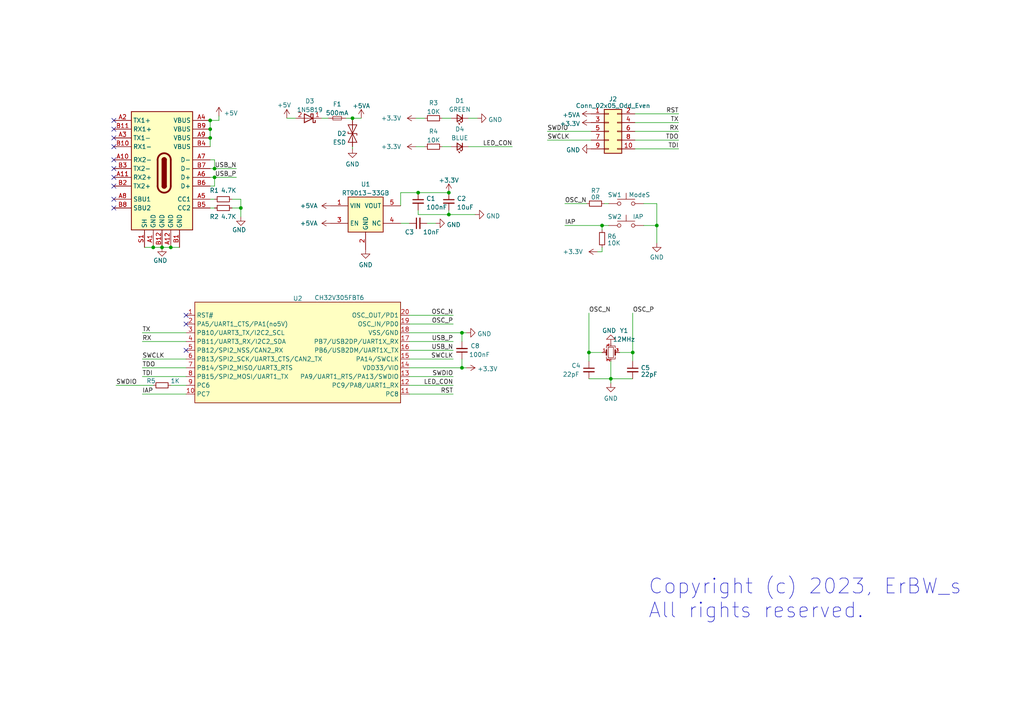
<source format=kicad_sch>
(kicad_sch (version 20230121) (generator eeschema)
  (paper "A4")
  (lib_symbols
    (symbol "Connector_Generic:Conn_02x05_Odd_Even" (pin_names (offset 1.016) hide)
      (property "Reference" "J" (at 1.27 7.62 0))
      (property "Value" "Conn_02x05_Odd_Even" (at 1.27 -7.62 0))
      (symbol "Conn_02x05_Odd_Even_1_1"
        (rectangle (start -1.27 -4.953) (end 0 -5.207) (stroke (width 0.1524)))
        (rectangle (start -1.27 -2.413) (end 0 -2.667) (stroke (width 0.1524)))
        (rectangle (start -1.27 0.127) (end 0 -0.127) (stroke (width 0.1524)))
        (rectangle (start -1.27 2.667) (end 0 2.413) (stroke (width 0.1524)))
        (rectangle (start -1.27 5.207) (end 0 4.953) (stroke (width 0.1524)))
        (rectangle (start -1.27 6.35) (end 3.81 -6.35) (stroke (width 0.254)) (fill (type background)))
        (rectangle (start 3.81 -4.953) (end 2.54 -5.207) (stroke (width 0.1524)))
        (rectangle (start 3.81 -2.413) (end 2.54 -2.667) (stroke (width 0.1524)))
        (rectangle (start 3.81 0.127) (end 2.54 -0.127) (stroke (width 0.1524)))
        (rectangle (start 3.81 2.667) (end 2.54 2.413) (stroke (width 0.1524)))
        (rectangle (start 3.81 5.207) (end 2.54 4.953) (stroke (width 0.1524)))
        (pin passive line (at -5.08 5.08 0) (length 3.81) (name "Pin_1") (number "1"))
        (pin passive line (at 7.62 -5.08 180) (length 3.81) (name "Pin_10") (number "10"))
        (pin passive line (at 7.62 5.08 180) (length 3.81) (name "Pin_2") (number "2"))
        (pin passive line (at -5.08 2.54 0) (length 3.81) (name "Pin_3") (number "3"))
        (pin passive line (at 7.62 2.54 180) (length 3.81) (name "Pin_4") (number "4"))
        (pin passive line (at -5.08 0 0) (length 3.81) (name "Pin_5") (number "5"))
        (pin passive line (at 7.62 0 180) (length 3.81) (name "Pin_6") (number "6"))
        (pin passive line (at -5.08 -2.54 0) (length 3.81) (name "Pin_7") (number "7"))
        (pin passive line (at 7.62 -2.54 180) (length 3.81) (name "Pin_8") (number "8"))
        (pin passive line (at -5.08 -5.08 0) (length 3.81) (name "Pin_9") (number "9"))
      )
    )
    (symbol "Device:C_Small" (pin_numbers hide) (pin_names (offset 0.254) hide)
      (property "Reference" "C" (at 0.254 1.778 0))
      (property "Value" "C_Small" (at 0.254 -2.032 0))
      (symbol "C_Small_0_1"
        (polyline (pts (xy -1.524 -0.508) (xy 1.524 -0.508)) (stroke (width 0.3302)))
        (polyline (pts (xy -1.524 0.508) (xy 1.524 0.508)) (stroke (width 0.3048)))
      )
      (symbol "C_Small_1_1"
        (pin passive line (at 0 2.54 270) (length 2.032) (name "~") (number "1"))
        (pin passive line (at 0 -2.54 90) (length 2.032) (name "~") (number "2"))
      )
    )
    (symbol "Device:Crystal_GND24_Small" (pin_names (offset 1.016) hide)
      (property "Reference" "Y" (at 1.27 4.445 0))
      (property "Value" "Crystal_GND24_Small" (at 1.27 2.54 0))
      (symbol "Crystal_GND24_Small_0_1"
        (rectangle (start -0.762 -1.524) (end 0.762 1.524))
        (polyline (pts (xy -1.27 -0.762) (xy -1.27 0.762)) (stroke (width 0.381)))
        (polyline (pts (xy 1.27 -0.762) (xy 1.27 0.762)) (stroke (width 0.381)))
        (polyline (pts (xy -1.27 -1.27) (xy -1.27 -1.905) (xy 1.27 -1.905) (xy 1.27 -1.27)))
        (polyline (pts (xy -1.27 1.27) (xy -1.27 1.905) (xy 1.27 1.905) (xy 1.27 1.27)))
      )
      (symbol "Crystal_GND24_Small_1_1"
        (pin passive line (at -2.54 0 0) (length 1.27) (name "1") (number "1"))
        (pin passive line (at 0 -2.54 90) (length 0.635) (name "2") (number "2"))
        (pin passive line (at 2.54 0 180) (length 1.27) (name "3") (number "3"))
        (pin passive line (at 0 2.54 270) (length 0.635) (name "4") (number "4"))
      )
    )
    (symbol "Device:Fuse_Small" (pin_numbers hide) (pin_names (offset 0.254) hide)
      (property "Reference" "F" (at 0 -1.524 0))
      (property "Value" "Fuse_Small" (at 0 1.524 0))
      (symbol "Fuse_Small_0_1"
        (rectangle (start -1.27 0.508) (end 1.27 -0.508))
        (polyline (pts (xy -1.27 0) (xy 1.27 0)))
      )
      (symbol "Fuse_Small_1_1"
        (pin passive line (at -2.54 0 0) (length 1.27) (name "~") (number "1"))
        (pin passive line (at 2.54 0 180) (length 1.27) (name "~") (number "2"))
      )
    )
    (symbol "Device:LED_Small" (pin_numbers hide) (pin_names (offset 0.254) hide)
      (property "Reference" "D2" (at -0.0635 4.7158 0))
      (property "Value" "GREEN" (at -0.0635 2.1789 0))
      (symbol "LED_Small_0_1"
        (polyline (pts (xy -0.762 -1.016) (xy -0.762 1.016)) (stroke (width 0.254)))
        (polyline (pts (xy 1.016 0) (xy -0.762 0)))
        (polyline (pts (xy 0.762 -1.016) (xy -0.762 0) (xy 0.762 1.016) (xy 0.762 -1.016)) (stroke (width 0.254)))
        (polyline (pts (xy 0 0.762) (xy -0.508 1.27) (xy -0.254 1.27) (xy -0.508 1.27) (xy -0.508 1.016)))
        (polyline (pts (xy 0.508 1.27) (xy 0 1.778) (xy 0.254 1.778) (xy 0 1.778) (xy 0 1.524)))
      )
      (symbol "LED_Small_1_1"
        (pin passive line (at 2.54 0 180) (length 1.778) (name "K") (number "1"))
        (pin passive line (at -2.54 0 0) (length 1.778) (name "A") (number "2"))
      )
    )
    (symbol "Device:R_Small" (pin_numbers hide) (pin_names (offset 0.254) hide)
      (property "Reference" "R" (at 0.762 0.508 0))
      (property "Value" "R_Small" (at 0.762 -1.016 0))
      (symbol "R_Small_0_1"
        (rectangle (start -0.762 1.778) (end 0.762 -1.778) (stroke (width 0.2032)))
      )
      (symbol "R_Small_1_1"
        (pin passive line (at 0 2.54 270) (length 0.762) (name "~") (number "1"))
        (pin passive line (at 0 -2.54 90) (length 0.762) (name "~") (number "2"))
      )
    )
    (symbol "Diode:1N5819WS" (pin_names (offset 1.016) hide)
      (property "Reference" "D1" (at -0.3175 -4.9698 0))
      (property "Value" "1N5819" (at -0.3175 -2.4329 0))
      (symbol "1N5819WS_0_1"
        (polyline (pts (xy 1.27 0) (xy -1.27 0)))
        (polyline (pts (xy 1.27 1.27) (xy 1.27 -1.27) (xy -1.27 0) (xy 1.27 1.27)) (stroke (width 0.254)))
        (polyline (pts (xy -1.905 0.635) (xy -1.905 1.27) (xy -1.27 1.27) (xy -1.27 -1.27) (xy -0.635 -1.27) (xy -0.635 -0.635)) (stroke (width 0.254)))
      )
      (symbol "1N5819WS_1_1"
        (pin passive line (at -3.81 0 0) (length 2.54) (name "K") (number "1"))
        (pin passive line (at 3.81 0 180) (length 2.54) (name "A") (number "2"))
      )
    )
    (symbol "Diode:ESD9B5.0ST5G" (pin_numbers hide) (pin_names (offset 1.016) hide)
      (property "Reference" "D" (at 0 2.54 0))
      (property "Value" "ESD9B5.0ST5G" (at 0 -2.54 0))
      (symbol "ESD9B5.0ST5G_0_1"
        (polyline (pts (xy 1.27 0) (xy -1.27 0)))
        (polyline (pts (xy -2.54 -1.27) (xy 0 0) (xy -2.54 1.27) (xy -2.54 -1.27)) (stroke (width 0.2032)))
        (polyline (pts (xy 0.508 1.27) (xy 0 1.27) (xy 0 -1.27) (xy -0.508 -1.27)) (stroke (width 0.2032)))
        (polyline (pts (xy 2.54 1.27) (xy 2.54 -1.27) (xy 0 0) (xy 2.54 1.27)) (stroke (width 0.2032)))
      )
      (symbol "ESD9B5.0ST5G_1_1"
        (pin passive line (at -3.81 0 0) (length 2.54) (name "A1") (number "1"))
        (pin passive line (at 3.81 0 180) (length 2.54) (name "A2") (number "2"))
      )
    )
    (symbol "ErBW_s:CH32V305FBT6"
      (property "Reference" "U" (at 0 16.51 0))
      (symbol "CH32V305FBT6_0_0"
        (pin bidirectional line (at -33.02 -11.43 0) (length 2.54) (name "PC7") (number "10"))
        (pin bidirectional line (at 31.75 -11.43 180) (length 2.54) (name "PC8") (number "11"))
        (pin bidirectional line (at 31.75 -8.89 180) (length 2.54) (name "PC9/PA8/UART1_RX") (number "12"))
        (pin bidirectional line (at 31.75 -6.35 180) (length 2.54) (name "PA9/UART1_RTS/PA13/SWDIO") (number "13"))
        (pin power_in line (at 31.75 -3.81 180) (length 2.54) (name "VDD33/VIO") (number "14"))
        (pin bidirectional line (at 31.75 -1.27 180) (length 2.54) (name "PA14/SWCLK") (number "15"))
        (pin bidirectional line (at 31.75 1.27 180) (length 2.54) (name "PB6/USB2DM/UART1X_TX") (number "16"))
        (pin bidirectional line (at 31.75 3.81 180) (length 2.54) (name "PB7/USB2DP/UART1X_RX") (number "17"))
        (pin power_in line (at 31.75 6.35 180) (length 2.54) (name "VSS/GND") (number "18"))
        (pin bidirectional line (at 31.75 8.89 180) (length 2.54) (name "OSC_IN/PD0") (number "19"))
        (pin bidirectional line (at -33.02 8.89 0) (length 2.54) (name "PA5/UART1_CTS/PA1(no5V)") (number "2"))
        (pin bidirectional line (at 31.75 11.43 180) (length 2.54) (name "OSC_OUT/PD1") (number "20"))
        (pin bidirectional line (at -33.02 6.35 0) (length 2.54) (name "PB10/UART3_TX/I2C2_SCL") (number "3"))
        (pin bidirectional line (at -33.02 3.81 0) (length 2.54) (name "PB11/UART3_RX/I2C2_SDA") (number "4"))
        (pin bidirectional line (at -33.02 1.27 0) (length 2.54) (name "PB12/SPI2_NSS/CAN2_RX") (number "5"))
        (pin bidirectional line (at -33.02 -1.27 0) (length 2.54) (name "PB13/SPI2_SCK/UART3_CTS/CAN2_TX") (number "6"))
        (pin bidirectional line (at -33.02 -3.81 0) (length 2.54) (name "PB14/SPI2_MISO/UART3_RTS") (number "7"))
        (pin bidirectional line (at -33.02 -6.35 0) (length 2.54) (name "PB15/SPI2_MOSI/UART1_TX") (number "8"))
        (pin bidirectional line (at -33.02 -8.89 0) (length 2.54) (name "PC6") (number "9"))
      )
      (symbol "CH32V305FBT6_0_1"
        (rectangle (start -30.48 15.24) (end 29.21 -13.97) (stroke (width 0.2)) (fill (type background)))
      )
      (symbol "CH32V305FBT6_1_1"
        (pin bidirectional line (at -33.02 11.43 0) (length 2.54) (name "RST#") (number "1"))
      )
    )
    (symbol "ErBW_s:RT9013-33GB"
      (property "Reference" "U" (at 0 6.35 0))
      (property "Value" "RT9013-33GB" (at 7.62 -6.35 0))
      (symbol "RT9013-33GB_0_0"
        (pin power_in line (at -10.16 2.54 0) (length 5.08) (name "VIN") (number "1"))
        (pin power_in line (at 0 -10.16 90) (length 5.08) (name "GND") (number "2"))
        (pin bidirectional line (at -10.16 -2.54 0) (length 5.08) (name "EN") (number "3"))
        (pin bidirectional line (at 10.16 -2.54 180) (length 5.08) (name "NC") (number "4"))
        (pin power_in line (at 10.16 2.54 180) (length 5.08) (name "VOUT") (number "5"))
      )
      (symbol "RT9013-33GB_0_1"
        (rectangle (start -5.08 5.08) (end 5.08 -5.08) (stroke (width 0.254)) (fill (type background)))
      )
    )
    (symbol "ErBW_s:USB-Type-C"
      (property "Reference" "J" (at 0 20.32 0))
      (property "Value" "USB-Type-C" (at 12.7 -16.51 0))
      (symbol "USB-Type-C_0_1"
        (rectangle (start -8.89 19.05) (end 8.89 -15.24) (stroke (width 0.254)) (fill (type background)))
        (arc (start -1.27 -2.54) (mid 0.635 -4.4367) (end 2.54 -2.54) (stroke (width 0.508)))
        (arc (start 0 -2.54) (mid 0.635 -3.1723) (end 1.27 -2.54) (stroke (width 0.254)))
        (arc (start 0 -2.54) (mid 0.635 -3.1723) (end 1.27 -2.54) (stroke (width 0.254)) (fill (type outline)))
        (rectangle (start 0 -2.54) (end 1.27 5.08) (stroke (width 0.254)) (fill (type outline)))
        (polyline (pts (xy -1.27 -2.54) (xy -1.27 5.08)) (stroke (width 0.508)))
        (polyline (pts (xy 2.54 5.08) (xy 2.54 -2.54)) (stroke (width 0.508)))
        (arc (start 1.27 5.08) (mid 0.635 5.7123) (end 0 5.08) (stroke (width 0.254)))
        (arc (start 1.27 5.08) (mid 0.635 5.7123) (end 0 5.08) (stroke (width 0.254)) (fill (type outline)))
        (arc (start 2.54 5.08) (mid 0.635 6.9767) (end -1.27 5.08) (stroke (width 0.508)))
      )
      (symbol "USB-Type-C_1_1"
        (pin passive line (at -2.54 -20.32 90) (length 5.08) (name "GND") (number "A1"))
        (pin passive line (at -13.97 5.08 0) (length 5.08) (name "RX2-") (number "A10"))
        (pin passive line (at -13.97 0 0) (length 5.08) (name "RX2+") (number "A11"))
        (pin passive line (at 2.54 -20.32 90) (length 5.08) (name "GND") (number "A12"))
        (pin passive line (at -13.97 16.51 0) (length 5.08) (name "TX1+") (number "A2"))
        (pin passive line (at -13.97 11.43 0) (length 5.08) (name "TX1-") (number "A3"))
        (pin passive line (at 13.97 16.51 180) (length 5.08) (name "VBUS") (number "A4"))
        (pin bidirectional line (at 13.97 -6.35 180) (length 5.08) (name "CC1") (number "A5"))
        (pin bidirectional line (at 13.97 0 180) (length 5.08) (name "D+") (number "A6"))
        (pin bidirectional line (at 13.97 5.08 180) (length 5.08) (name "D-") (number "A7"))
        (pin bidirectional line (at -13.97 -6.35 0) (length 5.08) (name "SBU1") (number "A8"))
        (pin passive line (at 13.97 11.43 180) (length 5.08) (name "VBUS") (number "A9"))
        (pin passive line (at 5.08 -20.32 90) (length 5.08) (name "GND") (number "B1"))
        (pin passive line (at -13.97 8.89 0) (length 5.08) (name "RX1-") (number "B10"))
        (pin passive line (at -13.97 13.97 0) (length 5.08) (name "RX1+") (number "B11"))
        (pin passive line (at 0 -20.32 90) (length 5.08) (name "GND") (number "B12"))
        (pin passive line (at -13.97 -2.54 0) (length 5.08) (name "TX2+") (number "B2"))
        (pin passive line (at -13.97 2.54 0) (length 5.08) (name "TX2-") (number "B3"))
        (pin passive line (at 13.97 8.89 180) (length 5.08) (name "VBUS") (number "B4"))
        (pin bidirectional line (at 13.97 -8.89 180) (length 5.08) (name "CC2") (number "B5"))
        (pin bidirectional line (at 13.97 -2.54 180) (length 5.08) (name "D+") (number "B6"))
        (pin bidirectional line (at 13.97 2.54 180) (length 5.08) (name "D-") (number "B7"))
        (pin bidirectional line (at -13.97 -8.89 0) (length 5.08) (name "SBU2") (number "B8"))
        (pin passive line (at 13.97 13.97 180) (length 5.08) (name "VBUS") (number "B9"))
        (pin passive line (at -5.08 -20.32 90) (length 5.08) (name "SH") (number "S1"))
      )
    )
    (symbol "Switch:SW_Push" (pin_numbers hide) (pin_names (offset 1.016) hide)
      (property "Reference" "SW" (at 1.27 2.54 0))
      (property "Value" "SW_Push" (at 0 -1.524 0))
      (symbol "SW_Push_0_1"
        (circle (center -2.032 0) (radius 0.508))
        (polyline (pts (xy 0 1.27) (xy 0 3.048)))
        (polyline (pts (xy 2.54 1.27) (xy -2.54 1.27)))
        (circle (center 2.032 0) (radius 0.508))
        (pin passive line (at -5.08 0 0) (length 2.54) (name "1") (number "1"))
        (pin passive line (at 5.08 0 180) (length 2.54) (name "2") (number "2"))
      )
    )
    (symbol "power:+3.3V" (power) (pin_names (offset 0))
      (property "Value" "+3.3V" (at 0 3.556 0))
      (symbol "+3.3V_0_1"
        (polyline (pts (xy -0.762 1.27) (xy 0 2.54)))
        (polyline (pts (xy 0 0) (xy 0 2.54)))
        (polyline (pts (xy 0 2.54) (xy 0.762 1.27)))
      )
      (symbol "+3.3V_1_1"
        (pin power_in line (at 0 0 90) (length 0) hide (name "+3.3V") (number "1"))
      )
    )
    (symbol "power:+5V" (power) (pin_names (offset 0))
      (property "Value" "+5V" (at 0 3.556 0))
      (symbol "+5V_0_1"
        (polyline (pts (xy -0.762 1.27) (xy 0 2.54)))
        (polyline (pts (xy 0 0) (xy 0 2.54)))
        (polyline (pts (xy 0 2.54) (xy 0.762 1.27)))
      )
      (symbol "+5V_1_1"
        (pin power_in line (at 0 0 90) (length 0) hide (name "+5V") (number "1"))
      )
    )
    (symbol "power:+5VA" (power) (pin_names (offset 0))
      (property "Value" "+5VA" (at 0 3.556 0))
      (symbol "+5VA_0_1"
        (polyline (pts (xy -0.762 1.27) (xy 0 2.54)))
        (polyline (pts (xy 0 0) (xy 0 2.54)))
        (polyline (pts (xy 0 2.54) (xy 0.762 1.27)))
      )
      (symbol "+5VA_1_1"
        (pin power_in line (at 0 0 90) (length 0) hide (name "+5VA") (number "1"))
      )
    )
    (symbol "power:GND" (power) (pin_names (offset 0))
      (property "Value" "GND" (at 0 -3.81 0))
      (symbol "GND_0_1"
        (polyline (pts (xy 0 0) (xy 0 -1.27) (xy 1.27 -1.27) (xy 0 -2.54) (xy -1.27 -1.27) (xy 0 -1.27)))
      )
      (symbol "GND_1_1"
        (pin power_in line (at 0 0 270) (length 0) hide (name "GND") (number "1"))
      )
    )
  )
  (junction (at 190.5 65.405))
  (junction (at 133.985 106.68))
  (junction (at 49.53 71.755))
  (junction (at 46.99 71.755))
  (junction (at 69.85 60.325))
  (junction (at 62.23 48.895))
  (junction (at 177.165 109.855))
  (junction (at 102.235 34.29))
  (junction (at 174.625 65.405))
  (junction (at 170.815 102.235))
  (junction (at 44.45 71.755))
  (junction (at 60.96 40.005))
  (junction (at 130.175 55.88))
  (junction (at 60.96 37.465))
  (junction (at 130.175 62.23))
  (junction (at 121.285 55.88))
  (junction (at 183.515 102.235))
  (junction (at 60.96 34.925))
  (junction (at 62.23 51.435))
  (junction (at 133.985 96.52))
  (no_connect (at 53.975 101.6))
  (no_connect (at 33.02 42.545))
  (no_connect (at 33.02 37.465))
  (no_connect (at 53.975 91.44))
  (no_connect (at 33.02 34.925))
  (no_connect (at 53.975 93.98))
  (no_connect (at 33.02 46.355))
  (no_connect (at 33.02 53.975))
  (no_connect (at 33.02 57.785))
  (no_connect (at 33.02 60.325))
  (no_connect (at 33.02 48.895))
  (no_connect (at 33.02 40.005))
  (no_connect (at 33.02 51.435))
  (wire (pts (xy 60.96 37.465) (xy 60.96 40.005)))
  (wire (pts (xy 102.235 42.545) (xy 102.235 43.18)))
  (wire (pts (xy 171.45 38.1) (xy 158.75 38.1)))
  (wire (pts (xy 60.96 48.895) (xy 62.23 48.895)))
  (wire (pts (xy 171.45 40.64) (xy 158.75 40.64)))
  (wire (pts (xy 170.815 109.855) (xy 177.165 109.855)))
  (wire (pts (xy 128.27 34.29) (xy 130.81 34.29)))
  (wire (pts (xy 100.33 34.29) (xy 102.235 34.29)))
  (wire (pts (xy 133.985 96.52) (xy 133.985 99.06)))
  (wire (pts (xy 135.89 34.29) (xy 138.43 34.29)))
  (wire (pts (xy 130.175 62.23) (xy 137.795 62.23)))
  (wire (pts (xy 190.5 59.055) (xy 190.5 65.405)))
  (wire (pts (xy 133.985 106.68) (xy 135.255 106.68)))
  (wire (pts (xy 118.745 93.98) (xy 131.445 93.98)))
  (wire (pts (xy 60.96 53.975) (xy 62.23 53.975)))
  (wire (pts (xy 60.96 40.005) (xy 60.96 42.545)))
  (wire (pts (xy 183.515 90.805) (xy 183.515 102.235)))
  (wire (pts (xy 184.15 33.02) (xy 196.85 33.02)))
  (wire (pts (xy 179.705 102.235) (xy 183.515 102.235)))
  (wire (pts (xy 60.96 57.785) (xy 62.23 57.785)))
  (wire (pts (xy 41.275 99.06) (xy 53.975 99.06)))
  (wire (pts (xy 190.5 59.055) (xy 186.69 59.055)))
  (wire (pts (xy 174.625 102.235) (xy 170.815 102.235)))
  (wire (pts (xy 118.745 114.3) (xy 131.445 114.3)))
  (wire (pts (xy 128.27 42.545) (xy 130.81 42.545)))
  (wire (pts (xy 177.165 109.855) (xy 177.165 111.125)))
  (wire (pts (xy 176.53 65.405) (xy 174.625 65.405)))
  (wire (pts (xy 116.205 64.77) (xy 118.745 64.77)))
  (wire (pts (xy 133.985 96.52) (xy 135.255 96.52)))
  (wire (pts (xy 53.975 106.68) (xy 41.275 106.68)))
  (wire (pts (xy 170.815 102.235) (xy 170.815 104.775)))
  (wire (pts (xy 93.345 34.29) (xy 95.25 34.29)))
  (wire (pts (xy 118.745 109.22) (xy 131.445 109.22)))
  (wire (pts (xy 118.745 99.06) (xy 131.445 99.06)))
  (wire (pts (xy 121.285 55.88) (xy 130.175 55.88)))
  (wire (pts (xy 118.745 111.76) (xy 131.445 111.76)))
  (wire (pts (xy 121.285 60.96) (xy 121.285 62.23)))
  (wire (pts (xy 131.445 91.44) (xy 118.745 91.44)))
  (wire (pts (xy 60.96 34.925) (xy 60.96 37.465)))
  (wire (pts (xy 120.65 42.545) (xy 123.19 42.545)))
  (wire (pts (xy 116.205 55.88) (xy 121.285 55.88)))
  (wire (pts (xy 62.23 51.435) (xy 68.58 51.435)))
  (wire (pts (xy 44.45 71.755) (xy 46.99 71.755)))
  (wire (pts (xy 190.5 65.405) (xy 190.5 70.485)))
  (wire (pts (xy 174.625 65.405) (xy 163.83 65.405)))
  (wire (pts (xy 67.31 60.325) (xy 69.85 60.325)))
  (wire (pts (xy 121.285 62.23) (xy 130.175 62.23)))
  (wire (pts (xy 190.5 65.405) (xy 186.69 65.405)))
  (wire (pts (xy 123.825 64.77) (xy 126.365 64.77)))
  (wire (pts (xy 69.85 60.325) (xy 69.85 57.785)))
  (wire (pts (xy 53.975 96.52) (xy 41.275 96.52)))
  (wire (pts (xy 177.165 104.775) (xy 177.165 109.855)))
  (wire (pts (xy 49.53 111.76) (xy 53.975 111.76)))
  (wire (pts (xy 62.23 46.355) (xy 62.23 48.895)))
  (wire (pts (xy 177.165 109.855) (xy 183.515 109.855)))
  (wire (pts (xy 63.5 34.925) (xy 60.96 34.925)))
  (wire (pts (xy 53.975 114.3) (xy 41.275 114.3)))
  (wire (pts (xy 33.655 111.76) (xy 44.45 111.76)))
  (wire (pts (xy 184.15 35.56) (xy 196.85 35.56)))
  (wire (pts (xy 69.85 62.865) (xy 69.85 60.325)))
  (wire (pts (xy 118.745 96.52) (xy 133.985 96.52)))
  (wire (pts (xy 60.96 51.435) (xy 62.23 51.435)))
  (wire (pts (xy 41.91 71.755) (xy 44.45 71.755)))
  (wire (pts (xy 170.815 90.805) (xy 170.815 102.235)))
  (wire (pts (xy 174.625 73.025) (xy 174.625 71.755)))
  (wire (pts (xy 130.175 60.96) (xy 130.175 62.23)))
  (wire (pts (xy 176.53 59.055) (xy 175.26 59.055)))
  (wire (pts (xy 135.89 42.545) (xy 148.59 42.545)))
  (wire (pts (xy 133.985 104.14) (xy 133.985 106.68)))
  (wire (pts (xy 69.85 57.785) (xy 67.31 57.785)))
  (wire (pts (xy 173.355 73.025) (xy 174.625 73.025)))
  (wire (pts (xy 118.745 104.14) (xy 131.445 104.14)))
  (wire (pts (xy 62.23 48.895) (xy 68.58 48.895)))
  (wire (pts (xy 53.975 104.14) (xy 41.275 104.14)))
  (wire (pts (xy 102.235 34.925) (xy 102.235 34.29)))
  (wire (pts (xy 184.15 43.18) (xy 196.85 43.18)))
  (wire (pts (xy 118.745 106.68) (xy 133.985 106.68)))
  (wire (pts (xy 60.96 60.325) (xy 62.23 60.325)))
  (wire (pts (xy 49.53 71.755) (xy 52.07 71.755)))
  (wire (pts (xy 184.15 40.64) (xy 196.85 40.64)))
  (wire (pts (xy 183.515 102.235) (xy 183.515 104.775)))
  (wire (pts (xy 62.23 53.975) (xy 62.23 51.435)))
  (wire (pts (xy 53.975 109.22) (xy 41.275 109.22)))
  (wire (pts (xy 63.5 33.655) (xy 63.5 34.925)))
  (wire (pts (xy 118.745 101.6) (xy 131.445 101.6)))
  (wire (pts (xy 120.65 34.29) (xy 123.19 34.29)))
  (wire (pts (xy 102.235 34.29) (xy 104.775 34.29)))
  (wire (pts (xy 60.96 46.355) (xy 62.23 46.355)))
  (wire (pts (xy 46.99 71.755) (xy 49.53 71.755)))
  (wire (pts (xy 196.85 38.1) (xy 184.15 38.1)))
  (wire (pts (xy 174.625 66.675) (xy 174.625 65.405)))
  (wire (pts (xy 116.205 59.69) (xy 116.205 55.88)))
  (wire (pts (xy 83.185 34.29) (xy 85.725 34.29)))
  (wire (pts (xy 170.18 59.055) (xy 163.83 59.055)))
  (text "Copyright (c) 2023, ErBW_s\nAll rights reserved." (at 187.96 179.705 0) (effects (font (size 4.318 4.318)) (justify left bottom)))
  (label "RX" (at 41.275 99.06 0))
  (label "OSC_P" (at 131.445 93.98 180))
  (label "USB_N" (at 131.445 101.6 180))
  (label "SWCLK" (at 41.275 104.14 0))
  (label "RX" (at 196.85 38.1 180))
  (label "OSC_N" (at 170.815 90.805 0))
  (label "TDI" (at 196.85 43.18 180))
  (label "USB_P" (at 131.445 99.06 180))
  (label "SWDIO" (at 33.655 111.76 0))
  (label "SWDIO" (at 158.75 38.1 0))
  (label "SWCLK" (at 131.445 104.14 180))
  (label "TDO" (at 196.85 40.64 180))
  (label "OSC_N" (at 163.83 59.055 0))
  (label "LED_CON" (at 131.445 111.76 180))
  (label "LED_CON" (at 148.59 42.545 180))
  (label "TDO" (at 41.275 106.68 0))
  (label "RST" (at 131.445 114.3 180))
  (label "IAP" (at 163.83 65.405 0))
  (label "USB_N" (at 68.58 48.895 180))
  (label "TDI" (at 41.275 109.22 0))
  (label "RST" (at 196.85 33.02 180))
  (label "USB_P" (at 68.58 51.435 180))
  (label "TX" (at 196.85 35.56 180))
  (label "IAP" (at 41.275 114.3 0))
  (label "OSC_N" (at 131.445 91.44 180))
  (label "SWDIO" (at 131.445 109.22 180))
  (label "TX" (at 41.275 96.52 0))
  (label "OSC_P" (at 183.515 90.805 0))
  (label "SWCLK" (at 158.75 40.64 0))
  (symbol (lib_id "Device:LED_Small") (at 133.35 34.29 180) (unit 1)
    (property "Reference" "D1" (at 133.35 29.21 0))
    (property "Value" "GREEN" (at 133.35 31.75 0))
    (property "Footprint" "ErBW_s:LED_0402" (effects hide))
  )
  (symbol (lib_id "Device:R_Small") (at 125.73 42.545 90) (unit 1)
    (property "Reference" "R4" (at 125.73 38.1086 90))
    (property "Value" "10K" (at 125.73 40.6455 90))
    (property "Footprint" "ErBW_s:R_0402" (effects hide))
  )
  (symbol (lib_id "power:GND") (at 137.795 62.23 90) (unit 1)
    (property "Reference" "#PWR06" (effects hide))
    (property "Value" "GND" (at 140.97 62.6638 90) (effects (justify right)))
  )
  (symbol (lib_id "power:+3.3V") (at 120.65 34.29 90) (unit 1)
    (property "Reference" "#PWR010" (effects hide))
    (property "Value" "+3.3V" (at 110.49 34.29 90) (effects (justify right)))
  )
  (symbol (lib_id "Device:C_Small") (at 133.985 101.6 180) (unit 1)
    (property "Reference" "C8" (at 137.795 100.33 0))
    (property "Value" "100nF" (at 139.065 102.87 0))
    (property "Footprint" "ErBW_s:C_0402" (effects hide))
  )
  (symbol (lib_id "power:GND") (at 177.165 99.695 180) (unit 1)
    (property "Reference" "#PWR012" (effects hide))
    (property "Value" "GND" (at 174.625 95.885 0) (effects (justify right)))
  )
  (symbol (lib_id "Device:R_Small") (at 64.77 60.325 90) (unit 1)
    (property "Reference" "R2" (at 63.5 62.865 90) (effects (justify left)))
    (property "Value" "4.7K" (at 68.58 62.865 90) (effects (justify left)))
    (property "Footprint" "ErBW_s:R_0402" (effects hide))
  )
  (symbol (lib_id "power:+5VA") (at 95.885 64.77 90) (unit 1)
    (property "Reference" "#PWR07" (effects hide))
    (property "Value" "+5VA" (at 86.995 64.77 90) (effects (justify right)))
  )
  (symbol (lib_id "power:+3.3V") (at 171.45 35.56 90) (unit 1)
    (property "Reference" "#PWR020" (effects hide))
    (property "Value" "+3.3V" (at 168.275 35.8768 90) (effects (justify left)))
  )
  (symbol (lib_id "Device:R_Small") (at 64.77 57.785 90) (unit 1)
    (property "Reference" "R1" (at 63.5 55.245 90) (effects (justify left)))
    (property "Value" "4.7K" (at 68.58 55.245 90) (effects (justify left)))
    (property "Footprint" "ErBW_s:R_0402" (effects hide))
  )
  (symbol (lib_id "power:GND") (at 138.43 34.29 90) (unit 1)
    (property "Reference" "#PWR011" (effects hide))
    (property "Value" "GND" (at 141.605 34.7238 90) (effects (justify right)))
  )
  (symbol (lib_id "power:+5VA") (at 95.885 59.69 90) (unit 1)
    (property "Reference" "#PWR05" (effects hide))
    (property "Value" "+5VA" (at 86.995 59.69 90) (effects (justify right)))
  )
  (symbol (lib_id "Device:C_Small") (at 121.285 58.42 0) (unit 1)
    (property "Reference" "C1" (at 123.6091 57.5916 0) (effects (justify left)))
    (property "Value" "100nF" (at 123.6091 60.1285 0) (effects (justify left)))
    (property "Footprint" "ErBW_s:C_0402" (effects hide))
  )
  (symbol (lib_id "power:GND") (at 102.235 43.18 0) (unit 1)
    (property "Reference" "#PWR016" (effects hide))
    (property "Value" "GND" (at 102.235 47.6234 0))
  )
  (symbol (lib_id "power:+5V") (at 63.5 33.655 0) (unit 1)
    (property "Reference" "#PWR01" (effects hide))
    (property "Value" "+5V" (at 64.897 32.8188 0) (effects (justify left)))
  )
  (symbol (lib_id "Diode:1N5819WS") (at 89.535 34.29 180) (unit 1)
    (property "Reference" "D3" (at 89.8525 29.3202 0))
    (property "Value" "1N5819" (at 89.8525 31.8571 0))
    (property "Footprint" "ErBW_s:SOD-323" (effects hide))
    (property "Datasheet" "https://datasheet.lcsc.com/lcsc/2204281430_Guangdong-Hottech-1N5819WS_C191023.pdf" (effects hide))
  )
  (symbol (lib_id "Device:R_Small") (at 46.99 111.76 90) (unit 1)
    (property "Reference" "R5" (at 43.815 110.49 90))
    (property "Value" "1K" (at 50.8 110.49 90))
    (property "Footprint" "ErBW_s:R_0402" (effects hide))
  )
  (symbol (lib_id "power:GND") (at 69.85 62.865 0) (unit 1)
    (property "Reference" "#PWR02" (effects hide))
    (property "Value" "GND" (at 67.31 66.675 0) (effects (justify left)))
  )
  (symbol (lib_id "Device:R_Small") (at 125.73 34.29 90) (unit 1)
    (property "Reference" "R3" (at 125.73 29.8536 90))
    (property "Value" "10K" (at 125.73 32.3905 90))
    (property "Footprint" "ErBW_s:R_0402" (effects hide))
  )
  (symbol (lib_id "ErBW_s:CH32V305FBT6") (at 86.995 102.87 0) (unit 1)
    (property "Reference" "U2" (at 86.36 86.5681 0))
    (property "Value" "CH32V305FBT6" (at 98.425 86.36 0))
    (property "Footprint" "Package_SO:TSSOP-20_4.4x6.5mm_P0.65mm" (effects hide))
  )
  (symbol (lib_id "Device:C_Small") (at 183.515 107.315 0) (unit 1)
    (property "Reference" "C5" (at 185.8391 106.6776 0) (effects (justify left)))
    (property "Value" "22pF" (at 185.8391 108.5986 0) (effects (justify left)))
    (property "Footprint" "ErBW_s:C_0402" (effects hide))
  )
  (symbol (lib_id "Switch:SW_Push") (at 181.61 59.055 0) (unit 1)
    (property "Reference" "SW1" (at 180.34 56.515 0) (effects (justify right)))
    (property "Value" "ModeS" (at 188.595 56.515 0) (effects (justify right)))
    (property "Footprint" "ErBW_s:BUTTON_3x4" (effects hide))
  )
  (symbol (lib_id "power:GND") (at 171.45 43.18 270) (unit 1)
    (property "Reference" "#PWR021" (effects hide))
    (property "Value" "GND" (at 168.2751 43.4968 90) (effects (justify right)))
  )
  (symbol (lib_id "ErBW_s:RT9013-33GB") (at 106.045 62.23 0) (unit 1)
    (property "Reference" "U1" (at 106.045 53.4502 0))
    (property "Value" "RT9013-33GB" (at 106.045 55.9871 0))
    (property "Footprint" "Package_TO_SOT_SMD:SOT-23-5" (effects hide))
  )
  (symbol (lib_id "power:+3.3V") (at 173.355 73.025 90) (unit 1)
    (property "Reference" "#PWR024" (effects hide))
    (property "Value" "+3.3V" (at 163.195 73.025 90) (effects (justify right)))
  )
  (symbol (lib_id "Device:R_Small") (at 172.72 59.055 90) (unit 1)
    (property "Reference" "R7" (at 172.72 55.3085 90))
    (property "Value" "0R" (at 172.72 57.2295 90))
    (property "Footprint" "ErBW_s:R_0402" (effects hide))
  )
  (symbol (lib_id "power:GND") (at 126.365 64.77 90) (unit 1)
    (property "Reference" "#PWR08" (effects hide))
    (property "Value" "GND" (at 129.54 65.2038 90) (effects (justify right)))
  )
  (symbol (lib_id "Device:Crystal_GND24_Small") (at 177.165 102.235 0) (unit 1)
    (property "Reference" "Y1" (at 180.975 95.885 0))
    (property "Value" "12MHz" (at 180.975 98.425 0))
    (property "Footprint" "ErBW_s:Crystal_SMD_3225_4P" (effects hide))
  )
  (symbol (lib_id "power:+5VA") (at 171.45 33.02 90) (unit 1)
    (property "Reference" "#PWR022" (effects hide))
    (property "Value" "+5VA" (at 168.2751 33.3368 90) (effects (justify left)))
  )
  (symbol (lib_id "Device:C_Small") (at 130.175 58.42 0) (unit 1)
    (property "Reference" "C2" (at 132.4991 57.5916 0) (effects (justify left)))
    (property "Value" "10uF" (at 132.4991 60.1285 0) (effects (justify left)))
    (property "Footprint" "ErBW_s:C_0402" (effects hide))
  )
  (symbol (lib_id "Device:R_Small") (at 174.625 69.215 180) (unit 1)
    (property "Reference" "R6" (at 176.1236 68.5713 0) (effects (justify right)))
    (property "Value" "10K" (at 176.1236 70.4923 0) (effects (justify right)))
    (property "Footprint" "ErBW_s:R_0402" (effects hide))
  )
  (symbol (lib_id "power:+5V") (at 83.185 34.29 0) (unit 1)
    (property "Reference" "#PWR014" (effects hide))
    (property "Value" "+5V" (at 84.455 30.48 0) (effects (justify right)))
  )
  (symbol (lib_id "power:GND") (at 106.045 72.39 0) (unit 1)
    (property "Reference" "#PWR09" (effects hide))
    (property "Value" "GND" (at 106.045 76.8334 0))
  )
  (symbol (lib_id "power:+3.3V") (at 120.65 42.545 90) (unit 1)
    (property "Reference" "#PWR017" (effects hide))
    (property "Value" "+3.3V" (at 110.49 42.545 90) (effects (justify right)))
  )
  (symbol (lib_id "Connector_Generic:Conn_02x05_Odd_Even") (at 176.53 38.1 0) (unit 1)
    (property "Reference" "J2" (at 177.8 28.7401 0))
    (property "Value" "Conn_02x05_Odd_Even" (at 177.8 30.6611 0))
    (property "Footprint" "ErBW_s:Debug_Header_2x05" (effects hide))
  )
  (symbol (lib_id "Device:Fuse_Small") (at 97.79 34.29 0) (unit 1)
    (property "Reference" "F1" (at 97.79 30.2092 0))
    (property "Value" "500mA" (at 97.79 32.7461 0))
    (property "Footprint" "Fuse:Fuse_0603_1608Metric" (effects hide))
  )
  (symbol (lib_id "power:+3.3V") (at 130.175 55.88 0) (unit 1)
    (property "Reference" "#PWR04" (effects hide))
    (property "Value" "+3.3V" (at 130.175 52.3042 0))
  )
  (symbol (lib_id "Device:C_Small") (at 170.815 107.315 0) (unit 1)
    (property "Reference" "C4" (at 165.735 106.045 0) (effects (justify left)))
    (property "Value" "22pF" (at 163.195 108.585 0) (effects (justify left)))
    (property "Footprint" "ErBW_s:C_0402" (effects hide))
  )
  (symbol (lib_id "power:GND") (at 177.165 111.125 0) (unit 1)
    (property "Reference" "#PWR013" (effects hide))
    (property "Value" "GND" (at 177.165 115.5684 0))
  )
  (symbol (lib_id "power:+3.3V") (at 135.255 106.68 270) (unit 1)
    (property "Reference" "#PWR018" (effects hide))
    (property "Value" "+3.3V" (at 138.43 106.9968 90) (effects (justify left)))
  )
  (symbol (lib_id "power:+5VA") (at 104.775 34.29 0) (unit 1)
    (property "Reference" "#PWR015" (effects hide))
    (property "Value" "+5VA" (at 104.775 30.7142 0))
  )
  (symbol (lib_id "Device:C_Small") (at 121.285 64.77 90) (unit 1)
    (property "Reference" "C3" (at 118.745 67.31 90))
    (property "Value" "10nF" (at 125.095 67.31 90))
    (property "Footprint" "ErBW_s:C_0402" (effects hide))
  )
  (symbol (lib_id "Device:LED_Small") (at 133.35 42.545 180) (unit 1)
    (property "Reference" "D4" (at 133.35 37.465 0))
    (property "Value" "BLUE" (at 133.35 40.005 0))
    (property "Footprint" "ErBW_s:LED_0402" (effects hide))
  )
  (symbol (lib_id "Switch:SW_Push") (at 181.61 65.405 0) (unit 1)
    (property "Reference" "SW2" (at 180.34 62.865 0) (effects (justify right)))
    (property "Value" "IAP" (at 186.69 62.865 0) (effects (justify right)))
    (property "Footprint" "ErBW_s:BUTTON_3x4" (effects hide))
  )
  (symbol (lib_id "ErBW_s:USB-Type-C") (at 46.99 51.435 0) (unit 1)
    (property "Reference" "J1" (at 46.99 28.6852 0))
    (property "Value" "USB-Type-C" (at 46.99 31.2221 0))
    (property "Footprint" "ErBW_s:USB-Type-C_SMD_16P" (effects hide))
    (property "Footprint" "ErBW_s:USB-Type-C_SMD_16P" (effects hide))
    (property "Reference" "J1" (effects hide))
    (property "Value" "USB-Type-C" (effects hide))
  )
  (symbol (lib_id "power:GND") (at 190.5 70.485 0) (unit 1)
    (property "Reference" "#PWR023" (effects hide))
    (property "Value" "GND" (at 190.5 74.6205 0))
  )
  (symbol (lib_id "power:GND") (at 46.99 71.755 0) (unit 1)
    (property "Reference" "#PWR03" (effects hide))
    (property "Value" "GND" (at 44.45 75.565 0) (effects (justify left)))
  )
  (symbol (lib_id "power:GND") (at 135.255 96.52 90) (unit 1)
    (property "Reference" "#PWR019" (effects hide))
    (property "Value" "GND" (at 138.43 96.8368 90) (effects (justify right)))
  )
  (symbol (lib_id "Diode:ESD9B5.0ST5G") (at 102.235 38.735 90) (unit 1)
    (property "Reference" "D2" (at 97.79 38.735 90) (effects (justify right)))
    (property "Value" "ESD" (at 96.52 41.275 90) (effects (justify right)))
    (property "Footprint" "ErBW_s:SOD-323" (effects hide))
    (property "Datasheet" "https://www.onsemi.com/pub/Collateral/ESD9B-D.PDF" (effects hide))
  )
)
</source>
